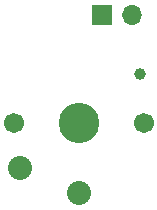
<source format=gbr>
%TF.GenerationSoftware,KiCad,Pcbnew,8.0.3*%
%TF.CreationDate,2024-09-08T13:54:04-04:00*%
%TF.ProjectId,FightPad_MICRO,46696768-7450-4616-945f-4d4943524f2e,rev?*%
%TF.SameCoordinates,Original*%
%TF.FileFunction,Soldermask,Bot*%
%TF.FilePolarity,Negative*%
%FSLAX46Y46*%
G04 Gerber Fmt 4.6, Leading zero omitted, Abs format (unit mm)*
G04 Created by KiCad (PCBNEW 8.0.3) date 2024-09-08 13:54:04*
%MOMM*%
%LPD*%
G01*
G04 APERTURE LIST*
%ADD10C,3.429000*%
%ADD11C,2.032000*%
%ADD12C,0.990600*%
%ADD13C,1.701800*%
%ADD14R,1.700000X1.700000*%
%ADD15O,1.700000X1.700000*%
G04 APERTURE END LIST*
D10*
%TO.C,SW1*%
X84350000Y-57710000D03*
D11*
X79350000Y-61510000D03*
X84350000Y-63610000D03*
D12*
X89570000Y-53510000D03*
D13*
X89850000Y-57710000D03*
X78850000Y-57710000D03*
%TD*%
D14*
%TO.C,J1*%
X86310000Y-48500000D03*
D15*
X88850000Y-48500000D03*
%TD*%
M02*

</source>
